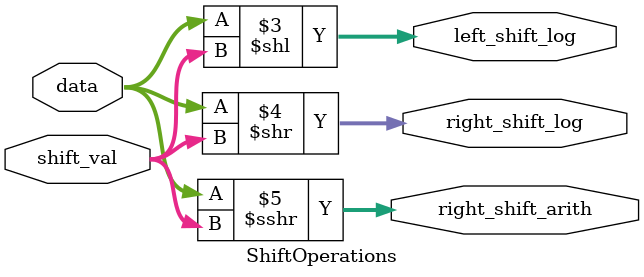
<source format=sv>
module SimpleAssign(
    input logic [7:0] in_data,
    output logic [7:0] out_data
);
    assign out_data = in_data;
endmodule
module CombinationalLogic(
    input logic enable,
    input logic [3:0] val_a,
    input logic [3:0] val_b,
    output logic [3:0] result
);
    always_comb begin
        if (enable) begin
            result = val_a + val_b;
        end else begin
            result = 4'h0;
        end
    end
endmodule
module SequentialLogicPlaceholder(
    input logic clk,
    input logic rst,
    input logic [15:0] data_in,
    output logic [15:0] data_out
);
    always_ff @(posedge clk or posedge rst) begin
        if (rst) begin
            data_out <= 16'h0;
        end else begin
            data_out <= data_in;
        end
    end
endmodule
module MultiplePortsAndTypes(
    input bit flag,
    input logic [3:0] small_val,
    input byte b_in,
    output int i_out
);
    logic [7:0] temp_byte;
    always_comb begin
        if (flag) begin
            temp_byte = {4'h0, small_val};
        end else begin
            temp_byte = b_in;
        end
    end
    assign i_out = temp_byte;
endmodule
module IfElseIfChain(
    input logic [1:0] sel_code,
    input logic [7:0] data0,
    input logic [7:0] data1,
    input logic [7:0] data2,
    input logic [7:0] data3,
    output logic [7:0] selected_data
);
    always_comb begin
        if (sel_code == 2'b00) begin
            selected_data = data0;
        end else if (sel_code == 2'b01) begin
            selected_data = data1;
        end else if (sel_code == 2'b10) begin
            selected_data = data2;
        end else begin
            selected_data = data3;
        end
    end
endmodule
module SimpleLoopExample(
    input logic [7:0] in_vec,
    output logic [7:0] out_vec
);
    always_comb begin
        for (int i = 0; i < 8; i++) begin
            out_vec[i] = in_vec[7 - i];
        end
    end
endmodule
module SynchronousMemory(
    input logic clk,
    input logic rst,
    input logic [4:0] write_address,
    input logic write_en,
    input logic [7:0] write_data,
    input logic [4:0] read_address,
    output logic [7:0] read_data
);
    logic [7:0] mem [0:31];
    always_ff @(posedge clk or posedge rst) begin
        if (rst) begin
            read_data <= 8'h0;
        end else begin
            if (write_en) begin
                mem[write_address] <= write_data;
            end
            read_data <= mem[read_address];
        end
    end
endmodule
module BitwiseOperations(
    input logic [7:0] a,
    input logic [7:0] b,
    input logic [7:0] c,
    output logic [7:0] result_and,
    output logic [7:0] result_or,
    output logic [7:0] result_xor
);
    assign result_and = a & b;
    assign result_or = a | c;
    assign result_xor = b ^ c;
endmodule
module ReductionOperations(
    input logic [7:0] data_in,
    output logic and_reduce,
    output logic or_reduce,
    output logic xor_reduce
);
    assign and_reduce = &data_in;
    assign or_reduce = |data_in;
    assign xor_reduce = ^data_in;
endmodule
module ShiftOperations(
    input logic [7:0] data,
    input logic [2:0] shift_val,
    output logic [7:0] left_shift_log,
    output logic [7:0] right_shift_log,
    output logic [7:0] right_shift_arith
);
    assign left_shift_log = data << shift_val;
    assign right_shift_log = data >> shift_val;
    assign right_shift_arith = $signed(data) >>> shift_val;
endmodule

</source>
